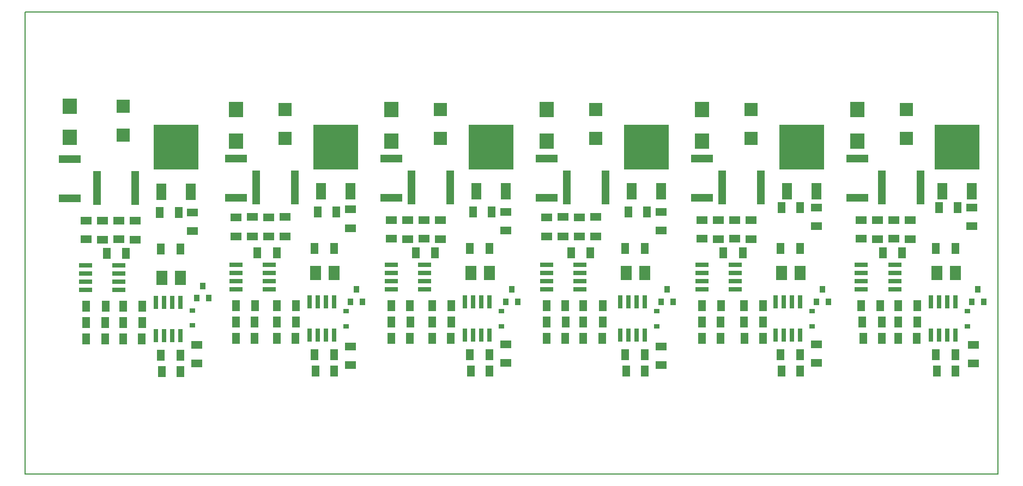
<source format=gbr>
G04 PROTEUS GERBER X2 FILE*
%TF.GenerationSoftware,Labcenter,Proteus,8.7-SP3-Build25561*%
%TF.CreationDate,2021-04-27T11:41:34+00:00*%
%TF.FileFunction,Paste,Bot*%
%TF.FilePolarity,Positive*%
%TF.Part,Single*%
%TF.SameCoordinates,{43023d15-ec65-4f75-b5c5-abaf8f280f1e}*%
%FSLAX45Y45*%
%MOMM*%
G01*
%TA.AperFunction,Material*%
%ADD96R,0.889000X1.016000*%
%ADD90R,6.985000X6.985000*%
%ADD91R,1.524000X2.540000*%
%TA.AperFunction,Material*%
%ADD87R,2.108200X2.108200*%
%ADD95R,0.889000X0.635000*%
%ADD83R,1.193800X5.308600*%
%ADD88R,2.260600X2.362200*%
%TA.AperFunction,Material*%
%ADD97R,2.032000X0.635000*%
%ADD92R,0.635000X2.032000*%
%TA.AperFunction,Material*%
%ADD89R,3.403600X1.244600*%
%ADD94R,1.803400X2.260600*%
%ADD86R,1.143000X1.803400*%
%ADD93R,1.803400X1.143000*%
%TA.AperFunction,Profile*%
%ADD37C,0.203200*%
%TD.AperFunction*%
D96*
X+8196580Y-1389380D03*
X+8290560Y-1579880D03*
X+8102600Y-1579880D03*
D90*
X+7874000Y+825500D03*
D91*
X+8102600Y+134620D03*
X+7645400Y+134620D03*
D96*
X+5783580Y-1389380D03*
X+5877560Y-1579880D03*
X+5689600Y-1579880D03*
D90*
X+5461000Y+825500D03*
D91*
X+5689600Y+134620D03*
X+5232400Y+134620D03*
D96*
X+3370580Y-1389380D03*
X+3464560Y-1579880D03*
X+3276600Y-1579880D03*
D90*
X+3048000Y+825500D03*
D91*
X+3276600Y+134620D03*
X+2819400Y+134620D03*
D96*
X+957580Y-1389380D03*
X+1051560Y-1579880D03*
X+863600Y-1579880D03*
D90*
X+635000Y+825500D03*
D91*
X+863600Y+134620D03*
X+406400Y+134620D03*
D96*
X-1455420Y-1389380D03*
X-1361440Y-1579880D03*
X-1549400Y-1579880D03*
D90*
X-1778000Y+825500D03*
D91*
X-1549400Y+134620D03*
X-2006600Y+134620D03*
D87*
X+7086600Y+1404620D03*
X+7086600Y+954620D03*
D95*
X+8039100Y-1960880D03*
X+8039100Y-1725930D03*
D87*
X+4673600Y+1404620D03*
X+4673600Y+954620D03*
D95*
X+5626100Y-1960880D03*
X+5626100Y-1725930D03*
D87*
X+2260600Y+1404620D03*
X+2260600Y+954620D03*
D95*
X+3213100Y-1960880D03*
X+3213100Y-1725930D03*
D87*
X-152400Y+1404620D03*
X-152400Y+954620D03*
D95*
X+800100Y-1960880D03*
X+800100Y-1725930D03*
D87*
X-2565400Y+1404620D03*
X-2565400Y+954620D03*
D95*
X-1612900Y-1960880D03*
X-1612900Y-1725930D03*
D83*
X+6705600Y+198120D03*
X+7305600Y+198120D03*
X+4229100Y+198120D03*
X+4829100Y+198120D03*
X+1816100Y+198120D03*
X+2416100Y+198120D03*
X-596900Y+198120D03*
X+3100Y+198120D03*
X-3009900Y+198120D03*
X-2409900Y+198120D03*
D88*
X+6324600Y+914620D03*
X+6324600Y+1404620D03*
X+3911600Y+914620D03*
X+3911600Y+1404620D03*
X+1498600Y+914620D03*
X+1498600Y+1404620D03*
X-914400Y+914620D03*
X-914400Y+1404620D03*
X-3327400Y+914620D03*
X-3327400Y+1404620D03*
D97*
X+6908800Y-1008380D03*
X+6908800Y-1135380D03*
X+6908800Y-1262380D03*
X+6908800Y-1389380D03*
X+6388100Y-1389380D03*
X+6388100Y-1262380D03*
X+6388100Y-1135380D03*
X+6388100Y-1008380D03*
D92*
X+7848600Y-2100580D03*
X+7721600Y-2100580D03*
X+7594600Y-2100580D03*
X+7467600Y-2100580D03*
X+7467600Y-1579880D03*
X+7594600Y-1579880D03*
X+7721600Y-1579880D03*
X+7848600Y-1579880D03*
D97*
X+4432300Y-1008380D03*
X+4432300Y-1135380D03*
X+4432300Y-1262380D03*
X+4432300Y-1389380D03*
X+3911600Y-1389380D03*
X+3911600Y-1262380D03*
X+3911600Y-1135380D03*
X+3911600Y-1008380D03*
D92*
X+5435600Y-2100580D03*
X+5308600Y-2100580D03*
X+5181600Y-2100580D03*
X+5054600Y-2100580D03*
X+5054600Y-1579880D03*
X+5181600Y-1579880D03*
X+5308600Y-1579880D03*
X+5435600Y-1579880D03*
D97*
X+2019300Y-1008380D03*
X+2019300Y-1135380D03*
X+2019300Y-1262380D03*
X+2019300Y-1389380D03*
X+1498600Y-1389380D03*
X+1498600Y-1262380D03*
X+1498600Y-1135380D03*
X+1498600Y-1008380D03*
D92*
X+3022600Y-2100580D03*
X+2895600Y-2100580D03*
X+2768600Y-2100580D03*
X+2641600Y-2100580D03*
X+2641600Y-1579880D03*
X+2768600Y-1579880D03*
X+2895600Y-1579880D03*
X+3022600Y-1579880D03*
D97*
X-393700Y-1008380D03*
X-393700Y-1135380D03*
X-393700Y-1262380D03*
X-393700Y-1389380D03*
X-914400Y-1389380D03*
X-914400Y-1262380D03*
X-914400Y-1135380D03*
X-914400Y-1008380D03*
D92*
X+609600Y-2100580D03*
X+482600Y-2100580D03*
X+355600Y-2100580D03*
X+228600Y-2100580D03*
X+228600Y-1579880D03*
X+355600Y-1579880D03*
X+482600Y-1579880D03*
X+609600Y-1579880D03*
D97*
X-2806700Y-1008380D03*
X-2806700Y-1135380D03*
X-2806700Y-1262380D03*
X-2806700Y-1389380D03*
X-3327400Y-1389380D03*
X-3327400Y-1262380D03*
X-3327400Y-1135380D03*
X-3327400Y-1008380D03*
D92*
X-1803400Y-2100580D03*
X-1930400Y-2100580D03*
X-2057400Y-2100580D03*
X-2184400Y-2100580D03*
X-2184400Y-1579880D03*
X-2057400Y-1579880D03*
X-1930400Y-1579880D03*
X-1803400Y-1579880D03*
D89*
X-3327400Y+642620D03*
X-3327400Y+32620D03*
X+6324600Y+642620D03*
X+6324600Y+32620D03*
X+1498600Y+642620D03*
X+1498600Y+32620D03*
X+3911600Y+642620D03*
X+3911600Y+32620D03*
X-914400Y+642620D03*
X-914400Y+32620D03*
D94*
X+7848600Y-1135380D03*
X+7558600Y-1135380D03*
D86*
X+7848600Y-754380D03*
X+7548600Y-754380D03*
D94*
X+5435600Y-1135380D03*
X+5145600Y-1135380D03*
D86*
X+5435600Y-754380D03*
X+5135600Y-754380D03*
D94*
X+3022600Y-1135380D03*
X+2732600Y-1135380D03*
D86*
X+3022600Y-754380D03*
X+2722600Y-754380D03*
D94*
X+609600Y-1135380D03*
X+319600Y-1135380D03*
D86*
X+609600Y-754380D03*
X+309600Y-754380D03*
D94*
X-1803400Y-1135380D03*
X-2093400Y-1135380D03*
D86*
X-1803400Y-754380D03*
X-2103400Y-754380D03*
X+6705600Y-2151380D03*
X+6415600Y-2151380D03*
X+6678100Y-1643380D03*
X+6388100Y-1643380D03*
D93*
X+6388100Y-599880D03*
X+6388100Y-309880D03*
X+6896100Y-599880D03*
X+6896100Y-309880D03*
D86*
X+7249600Y-2151380D03*
X+6959600Y-2151380D03*
D93*
X+8128000Y-2250000D03*
X+8128000Y-2540000D03*
D86*
X+7848600Y-2405380D03*
X+7548600Y-2405380D03*
D93*
X+7150100Y-309880D03*
X+7150100Y-609880D03*
X+8102600Y-119380D03*
X+8102600Y-409380D03*
D86*
X+7594600Y-119380D03*
X+7884600Y-119380D03*
X+7848600Y-2659380D03*
X+7558600Y-2659380D03*
D93*
X+6642100Y-309880D03*
X+6642100Y-609880D03*
D86*
X+7023100Y-817880D03*
X+6723100Y-817880D03*
X+7259600Y-1643380D03*
X+6959600Y-1643380D03*
X+7259600Y-1897380D03*
X+6959600Y-1897380D03*
X+6705600Y-1897380D03*
X+6405600Y-1897380D03*
X+4864100Y-1897380D03*
X+4564100Y-1897380D03*
X+4546600Y-817880D03*
X+4246600Y-817880D03*
X+4211600Y-1643380D03*
X+3911600Y-1643380D03*
D93*
X+4165600Y-309880D03*
X+4165600Y-609880D03*
D86*
X+4864100Y-1643380D03*
X+4564100Y-1643380D03*
X+5435600Y-2405380D03*
X+5135600Y-2405380D03*
X+5435600Y-2659380D03*
X+5145600Y-2659380D03*
D93*
X+5689600Y-2242380D03*
X+5689600Y-2532380D03*
X+5689600Y-119380D03*
X+5689600Y-409380D03*
D86*
X+5145600Y-119380D03*
X+5435600Y-119380D03*
X+3022600Y-2659380D03*
X+2732600Y-2659380D03*
D93*
X+3276600Y-2278380D03*
X+3276600Y-2568380D03*
X+3276600Y-182880D03*
X+3276600Y-472880D03*
D86*
X+2768600Y-182880D03*
X+3058600Y-182880D03*
D93*
X+3911600Y-599880D03*
X+3911600Y-309880D03*
X+4419600Y-599880D03*
X+4419600Y-309880D03*
X+4673600Y-309880D03*
X+4673600Y-609880D03*
D86*
X+4201600Y-2151380D03*
X+3911600Y-2151380D03*
X+4201600Y-1897380D03*
X+3911600Y-1897380D03*
X+4864100Y-2151380D03*
X+4574100Y-2151380D03*
X+3022600Y-2405380D03*
X+2722600Y-2405380D03*
D93*
X+2006600Y-563880D03*
X+2006600Y-273880D03*
X+1498600Y-563880D03*
X+1498600Y-273880D03*
X-914400Y-599880D03*
X-914400Y-309880D03*
X-406400Y-599880D03*
X-406400Y-309880D03*
X+1752600Y-263880D03*
X+1752600Y-563880D03*
X-660400Y-309880D03*
X-660400Y-609880D03*
D86*
X+2179600Y-817880D03*
X+1879600Y-817880D03*
X-233400Y-817880D03*
X-533400Y-817880D03*
D93*
X+2260600Y-263880D03*
X+2260600Y-563880D03*
X-152400Y-309880D03*
X-152400Y-609880D03*
X-3327400Y-563880D03*
X-3327400Y-273880D03*
X-2819400Y-563880D03*
X-2819400Y-273880D03*
X-2565400Y-263880D03*
X-2565400Y-563880D03*
X-3073400Y-263880D03*
X-3073400Y-563880D03*
D86*
X-2692400Y-817880D03*
X-2992400Y-817880D03*
X+1788600Y-2151380D03*
X+1498600Y-2151380D03*
X+1788600Y-1643380D03*
X+1498600Y-1643380D03*
X+2360100Y-2151380D03*
X+2070100Y-2151380D03*
X+2370100Y-1897380D03*
X+2070100Y-1897380D03*
X+1798600Y-1897380D03*
X+1498600Y-1897380D03*
X+2370100Y-1643380D03*
X+2070100Y-1643380D03*
X+609600Y-2405380D03*
X+309600Y-2405380D03*
D93*
X+863600Y-2242380D03*
X+863600Y-2532380D03*
D86*
X+609600Y-2659380D03*
X+319600Y-2659380D03*
D93*
X+863600Y-182880D03*
X+863600Y-472880D03*
D86*
X+355600Y-182880D03*
X+645600Y-182880D03*
X+10600Y-2151380D03*
X-279400Y-2151380D03*
X-624400Y-2151380D03*
X-914400Y-2151380D03*
X-624400Y-1643380D03*
X-914400Y-1643380D03*
X+20600Y-1897380D03*
X-279400Y-1897380D03*
X-614400Y-1897380D03*
X-914400Y-1897380D03*
X+20600Y-1643380D03*
X-279400Y-1643380D03*
X-2392400Y-1897380D03*
X-2692400Y-1897380D03*
X-3027400Y-1643380D03*
X-3327400Y-1643380D03*
X-2392400Y-1643380D03*
X-2692400Y-1643380D03*
X-1803400Y-2405380D03*
X-2103400Y-2405380D03*
X-3037400Y-2151380D03*
X-3327400Y-2151380D03*
X-3037400Y-1897380D03*
X-3327400Y-1897380D03*
X-2402400Y-2151380D03*
X-2692400Y-2151380D03*
D93*
X-1549400Y-2278380D03*
X-1549400Y-2568380D03*
X-1549400Y-146880D03*
X-1549400Y-436880D03*
D86*
X-2057400Y-182880D03*
X-1767400Y-182880D03*
X-1803400Y-2659380D03*
X-2093400Y-2659380D03*
D90*
X-4254500Y+817880D03*
D91*
X-4025900Y+127000D03*
X-4483100Y+127000D03*
D89*
X-5905500Y+635000D03*
X-5905500Y+25000D03*
D97*
X-5143500Y-1016000D03*
X-5143500Y-1143000D03*
X-5143500Y-1270000D03*
X-5143500Y-1397000D03*
X-5664200Y-1397000D03*
X-5664200Y-1270000D03*
X-5664200Y-1143000D03*
X-5664200Y-1016000D03*
D92*
X-4191000Y-2108200D03*
X-4318000Y-2108200D03*
X-4445000Y-2108200D03*
X-4572000Y-2108200D03*
X-4572000Y-1587500D03*
X-4445000Y-1587500D03*
X-4318000Y-1587500D03*
X-4191000Y-1587500D03*
D87*
X-5080000Y+1460500D03*
X-5080000Y+1010500D03*
D95*
X-4000500Y-1949450D03*
X-4000500Y-1714500D03*
D96*
X-3843020Y-1333500D03*
X-3749040Y-1524000D03*
X-3937000Y-1524000D03*
D88*
X-5905500Y+970500D03*
X-5905500Y+1460500D03*
D83*
X-5489500Y+190500D03*
X-4889500Y+190500D03*
D86*
X-4780000Y-1905000D03*
X-5080000Y-1905000D03*
X-5034000Y-825500D03*
X-5334000Y-825500D03*
X-5351500Y-1651000D03*
X-5651500Y-1651000D03*
D93*
X-5397500Y-317500D03*
X-5397500Y-617500D03*
D86*
X-4780000Y-1651000D03*
X-5080000Y-1651000D03*
X-4191000Y-2413000D03*
X-4491000Y-2413000D03*
X-4191000Y-762000D03*
X-4491000Y-762000D03*
D93*
X-4889500Y-317500D03*
X-4889500Y-617500D03*
D94*
X-4191000Y-1206500D03*
X-4481000Y-1206500D03*
D86*
X-5361500Y-2159000D03*
X-5651500Y-2159000D03*
X-5361500Y-1905000D03*
X-5651500Y-1905000D03*
D93*
X-5651500Y-607500D03*
X-5651500Y-317500D03*
X-5143500Y-607500D03*
X-5143500Y-317500D03*
D86*
X-4790000Y-2159000D03*
X-5080000Y-2159000D03*
D93*
X-3937000Y-2250000D03*
X-3937000Y-2540000D03*
X-4000500Y-190500D03*
X-4000500Y-480500D03*
D86*
X-4508500Y-190500D03*
X-4218500Y-190500D03*
X-4191000Y-2667000D03*
X-4481000Y-2667000D03*
D37*
X-6604000Y-4254500D02*
X+8509000Y-4254500D01*
X+8509000Y+2921000D01*
X-6604000Y+2921000D01*
X-6604000Y-4254500D01*
M02*

</source>
